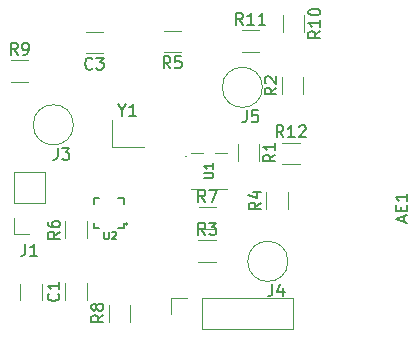
<source format=gbr>
%TF.GenerationSoftware,KiCad,Pcbnew,9.0.0*%
%TF.CreationDate,2025-03-19T16:08:28+01:00*%
%TF.ProjectId,PCB_rigide,5043425f-7269-4676-9964-652e6b696361,rev?*%
%TF.SameCoordinates,Original*%
%TF.FileFunction,Legend,Top*%
%TF.FilePolarity,Positive*%
%FSLAX46Y46*%
G04 Gerber Fmt 4.6, Leading zero omitted, Abs format (unit mm)*
G04 Created by KiCad (PCBNEW 9.0.0) date 2025-03-19 16:08:28*
%MOMM*%
%LPD*%
G01*
G04 APERTURE LIST*
%ADD10C,0.150000*%
%ADD11C,0.120000*%
%ADD12C,0.127000*%
%ADD13C,0.100000*%
G04 APERTURE END LIST*
D10*
X84059666Y-37387819D02*
X84059666Y-38102104D01*
X84059666Y-38102104D02*
X84012047Y-38244961D01*
X84012047Y-38244961D02*
X83916809Y-38340200D01*
X83916809Y-38340200D02*
X83773952Y-38387819D01*
X83773952Y-38387819D02*
X83678714Y-38387819D01*
X84440619Y-37387819D02*
X85059666Y-37387819D01*
X85059666Y-37387819D02*
X84726333Y-37768771D01*
X84726333Y-37768771D02*
X84869190Y-37768771D01*
X84869190Y-37768771D02*
X84964428Y-37816390D01*
X84964428Y-37816390D02*
X85012047Y-37864009D01*
X85012047Y-37864009D02*
X85059666Y-37959247D01*
X85059666Y-37959247D02*
X85059666Y-38197342D01*
X85059666Y-38197342D02*
X85012047Y-38292580D01*
X85012047Y-38292580D02*
X84964428Y-38340200D01*
X84964428Y-38340200D02*
X84869190Y-38387819D01*
X84869190Y-38387819D02*
X84583476Y-38387819D01*
X84583476Y-38387819D02*
X84488238Y-38340200D01*
X84488238Y-38340200D02*
X84440619Y-38292580D01*
X89513809Y-34180628D02*
X89513809Y-34656819D01*
X89180476Y-33656819D02*
X89513809Y-34180628D01*
X89513809Y-34180628D02*
X89847142Y-33656819D01*
X90704285Y-34656819D02*
X90132857Y-34656819D01*
X90418571Y-34656819D02*
X90418571Y-33656819D01*
X90418571Y-33656819D02*
X90323333Y-33799676D01*
X90323333Y-33799676D02*
X90228095Y-33894914D01*
X90228095Y-33894914D02*
X90132857Y-33942533D01*
X102571619Y-32286966D02*
X102095428Y-32620299D01*
X102571619Y-32858394D02*
X101571619Y-32858394D01*
X101571619Y-32858394D02*
X101571619Y-32477442D01*
X101571619Y-32477442D02*
X101619238Y-32382204D01*
X101619238Y-32382204D02*
X101666857Y-32334585D01*
X101666857Y-32334585D02*
X101762095Y-32286966D01*
X101762095Y-32286966D02*
X101904952Y-32286966D01*
X101904952Y-32286966D02*
X102000190Y-32334585D01*
X102000190Y-32334585D02*
X102047809Y-32382204D01*
X102047809Y-32382204D02*
X102095428Y-32477442D01*
X102095428Y-32477442D02*
X102095428Y-32858394D01*
X101666857Y-31906013D02*
X101619238Y-31858394D01*
X101619238Y-31858394D02*
X101571619Y-31763156D01*
X101571619Y-31763156D02*
X101571619Y-31525061D01*
X101571619Y-31525061D02*
X101619238Y-31429823D01*
X101619238Y-31429823D02*
X101666857Y-31382204D01*
X101666857Y-31382204D02*
X101762095Y-31334585D01*
X101762095Y-31334585D02*
X101857333Y-31334585D01*
X101857333Y-31334585D02*
X102000190Y-31382204D01*
X102000190Y-31382204D02*
X102571619Y-31953632D01*
X102571619Y-31953632D02*
X102571619Y-31334585D01*
X93597833Y-30646619D02*
X93264500Y-30170428D01*
X93026405Y-30646619D02*
X93026405Y-29646619D01*
X93026405Y-29646619D02*
X93407357Y-29646619D01*
X93407357Y-29646619D02*
X93502595Y-29694238D01*
X93502595Y-29694238D02*
X93550214Y-29741857D01*
X93550214Y-29741857D02*
X93597833Y-29837095D01*
X93597833Y-29837095D02*
X93597833Y-29979952D01*
X93597833Y-29979952D02*
X93550214Y-30075190D01*
X93550214Y-30075190D02*
X93502595Y-30122809D01*
X93502595Y-30122809D02*
X93407357Y-30170428D01*
X93407357Y-30170428D02*
X93026405Y-30170428D01*
X94502595Y-29646619D02*
X94026405Y-29646619D01*
X94026405Y-29646619D02*
X93978786Y-30122809D01*
X93978786Y-30122809D02*
X94026405Y-30075190D01*
X94026405Y-30075190D02*
X94121643Y-30027571D01*
X94121643Y-30027571D02*
X94359738Y-30027571D01*
X94359738Y-30027571D02*
X94454976Y-30075190D01*
X94454976Y-30075190D02*
X94502595Y-30122809D01*
X94502595Y-30122809D02*
X94550214Y-30218047D01*
X94550214Y-30218047D02*
X94550214Y-30456142D01*
X94550214Y-30456142D02*
X94502595Y-30551380D01*
X94502595Y-30551380D02*
X94454976Y-30599000D01*
X94454976Y-30599000D02*
X94359738Y-30646619D01*
X94359738Y-30646619D02*
X94121643Y-30646619D01*
X94121643Y-30646619D02*
X94026405Y-30599000D01*
X94026405Y-30599000D02*
X93978786Y-30551380D01*
X113386104Y-43630666D02*
X113386104Y-43154476D01*
X113671819Y-43725904D02*
X112671819Y-43392571D01*
X112671819Y-43392571D02*
X113671819Y-43059238D01*
X113148009Y-42725904D02*
X113148009Y-42392571D01*
X113671819Y-42249714D02*
X113671819Y-42725904D01*
X113671819Y-42725904D02*
X112671819Y-42725904D01*
X112671819Y-42725904D02*
X112671819Y-42249714D01*
X113671819Y-41297333D02*
X113671819Y-41868761D01*
X113671819Y-41583047D02*
X112671819Y-41583047D01*
X112671819Y-41583047D02*
X112814676Y-41678285D01*
X112814676Y-41678285D02*
X112909914Y-41773523D01*
X112909914Y-41773523D02*
X112957533Y-41868761D01*
X81327666Y-45531819D02*
X81327666Y-46246104D01*
X81327666Y-46246104D02*
X81280047Y-46388961D01*
X81280047Y-46388961D02*
X81184809Y-46484200D01*
X81184809Y-46484200D02*
X81041952Y-46531819D01*
X81041952Y-46531819D02*
X80946714Y-46531819D01*
X82327666Y-46531819D02*
X81756238Y-46531819D01*
X82041952Y-46531819D02*
X82041952Y-45531819D01*
X82041952Y-45531819D02*
X81946714Y-45674676D01*
X81946714Y-45674676D02*
X81851476Y-45769914D01*
X81851476Y-45769914D02*
X81756238Y-45817533D01*
X87915819Y-51540166D02*
X87439628Y-51873499D01*
X87915819Y-52111594D02*
X86915819Y-52111594D01*
X86915819Y-52111594D02*
X86915819Y-51730642D01*
X86915819Y-51730642D02*
X86963438Y-51635404D01*
X86963438Y-51635404D02*
X87011057Y-51587785D01*
X87011057Y-51587785D02*
X87106295Y-51540166D01*
X87106295Y-51540166D02*
X87249152Y-51540166D01*
X87249152Y-51540166D02*
X87344390Y-51587785D01*
X87344390Y-51587785D02*
X87392009Y-51635404D01*
X87392009Y-51635404D02*
X87439628Y-51730642D01*
X87439628Y-51730642D02*
X87439628Y-52111594D01*
X87344390Y-50968737D02*
X87296771Y-51063975D01*
X87296771Y-51063975D02*
X87249152Y-51111594D01*
X87249152Y-51111594D02*
X87153914Y-51159213D01*
X87153914Y-51159213D02*
X87106295Y-51159213D01*
X87106295Y-51159213D02*
X87011057Y-51111594D01*
X87011057Y-51111594D02*
X86963438Y-51063975D01*
X86963438Y-51063975D02*
X86915819Y-50968737D01*
X86915819Y-50968737D02*
X86915819Y-50778261D01*
X86915819Y-50778261D02*
X86963438Y-50683023D01*
X86963438Y-50683023D02*
X87011057Y-50635404D01*
X87011057Y-50635404D02*
X87106295Y-50587785D01*
X87106295Y-50587785D02*
X87153914Y-50587785D01*
X87153914Y-50587785D02*
X87249152Y-50635404D01*
X87249152Y-50635404D02*
X87296771Y-50683023D01*
X87296771Y-50683023D02*
X87344390Y-50778261D01*
X87344390Y-50778261D02*
X87344390Y-50968737D01*
X87344390Y-50968737D02*
X87392009Y-51063975D01*
X87392009Y-51063975D02*
X87439628Y-51111594D01*
X87439628Y-51111594D02*
X87534866Y-51159213D01*
X87534866Y-51159213D02*
X87725342Y-51159213D01*
X87725342Y-51159213D02*
X87820580Y-51111594D01*
X87820580Y-51111594D02*
X87868200Y-51063975D01*
X87868200Y-51063975D02*
X87915819Y-50968737D01*
X87915819Y-50968737D02*
X87915819Y-50778261D01*
X87915819Y-50778261D02*
X87868200Y-50683023D01*
X87868200Y-50683023D02*
X87820580Y-50635404D01*
X87820580Y-50635404D02*
X87725342Y-50587785D01*
X87725342Y-50587785D02*
X87534866Y-50587785D01*
X87534866Y-50587785D02*
X87439628Y-50635404D01*
X87439628Y-50635404D02*
X87392009Y-50683023D01*
X87392009Y-50683023D02*
X87344390Y-50778261D01*
X88008380Y-44471676D02*
X88008380Y-44989771D01*
X88008380Y-44989771D02*
X88038857Y-45050723D01*
X88038857Y-45050723D02*
X88069333Y-45081200D01*
X88069333Y-45081200D02*
X88130285Y-45111676D01*
X88130285Y-45111676D02*
X88252190Y-45111676D01*
X88252190Y-45111676D02*
X88313142Y-45081200D01*
X88313142Y-45081200D02*
X88343619Y-45050723D01*
X88343619Y-45050723D02*
X88374095Y-44989771D01*
X88374095Y-44989771D02*
X88374095Y-44471676D01*
X88648380Y-44532628D02*
X88678856Y-44502152D01*
X88678856Y-44502152D02*
X88739809Y-44471676D01*
X88739809Y-44471676D02*
X88892190Y-44471676D01*
X88892190Y-44471676D02*
X88953142Y-44502152D01*
X88953142Y-44502152D02*
X88983618Y-44532628D01*
X88983618Y-44532628D02*
X89014095Y-44593580D01*
X89014095Y-44593580D02*
X89014095Y-44654533D01*
X89014095Y-44654533D02*
X88983618Y-44745961D01*
X88983618Y-44745961D02*
X88617904Y-45111676D01*
X88617904Y-45111676D02*
X89014095Y-45111676D01*
X101250819Y-42015166D02*
X100774628Y-42348499D01*
X101250819Y-42586594D02*
X100250819Y-42586594D01*
X100250819Y-42586594D02*
X100250819Y-42205642D01*
X100250819Y-42205642D02*
X100298438Y-42110404D01*
X100298438Y-42110404D02*
X100346057Y-42062785D01*
X100346057Y-42062785D02*
X100441295Y-42015166D01*
X100441295Y-42015166D02*
X100584152Y-42015166D01*
X100584152Y-42015166D02*
X100679390Y-42062785D01*
X100679390Y-42062785D02*
X100727009Y-42110404D01*
X100727009Y-42110404D02*
X100774628Y-42205642D01*
X100774628Y-42205642D02*
X100774628Y-42586594D01*
X100584152Y-41158023D02*
X101250819Y-41158023D01*
X100203200Y-41396118D02*
X100917485Y-41634213D01*
X100917485Y-41634213D02*
X100917485Y-41015166D01*
X100061666Y-34212819D02*
X100061666Y-34927104D01*
X100061666Y-34927104D02*
X100014047Y-35069961D01*
X100014047Y-35069961D02*
X99918809Y-35165200D01*
X99918809Y-35165200D02*
X99775952Y-35212819D01*
X99775952Y-35212819D02*
X99680714Y-35212819D01*
X101014047Y-34212819D02*
X100537857Y-34212819D01*
X100537857Y-34212819D02*
X100490238Y-34689009D01*
X100490238Y-34689009D02*
X100537857Y-34641390D01*
X100537857Y-34641390D02*
X100633095Y-34593771D01*
X100633095Y-34593771D02*
X100871190Y-34593771D01*
X100871190Y-34593771D02*
X100966428Y-34641390D01*
X100966428Y-34641390D02*
X101014047Y-34689009D01*
X101014047Y-34689009D02*
X101061666Y-34784247D01*
X101061666Y-34784247D02*
X101061666Y-35022342D01*
X101061666Y-35022342D02*
X101014047Y-35117580D01*
X101014047Y-35117580D02*
X100966428Y-35165200D01*
X100966428Y-35165200D02*
X100871190Y-35212819D01*
X100871190Y-35212819D02*
X100633095Y-35212819D01*
X100633095Y-35212819D02*
X100537857Y-35165200D01*
X100537857Y-35165200D02*
X100490238Y-35117580D01*
X96541833Y-44735819D02*
X96208500Y-44259628D01*
X95970405Y-44735819D02*
X95970405Y-43735819D01*
X95970405Y-43735819D02*
X96351357Y-43735819D01*
X96351357Y-43735819D02*
X96446595Y-43783438D01*
X96446595Y-43783438D02*
X96494214Y-43831057D01*
X96494214Y-43831057D02*
X96541833Y-43926295D01*
X96541833Y-43926295D02*
X96541833Y-44069152D01*
X96541833Y-44069152D02*
X96494214Y-44164390D01*
X96494214Y-44164390D02*
X96446595Y-44212009D01*
X96446595Y-44212009D02*
X96351357Y-44259628D01*
X96351357Y-44259628D02*
X95970405Y-44259628D01*
X96875167Y-43735819D02*
X97494214Y-43735819D01*
X97494214Y-43735819D02*
X97160881Y-44116771D01*
X97160881Y-44116771D02*
X97303738Y-44116771D01*
X97303738Y-44116771D02*
X97398976Y-44164390D01*
X97398976Y-44164390D02*
X97446595Y-44212009D01*
X97446595Y-44212009D02*
X97494214Y-44307247D01*
X97494214Y-44307247D02*
X97494214Y-44545342D01*
X97494214Y-44545342D02*
X97446595Y-44640580D01*
X97446595Y-44640580D02*
X97398976Y-44688200D01*
X97398976Y-44688200D02*
X97303738Y-44735819D01*
X97303738Y-44735819D02*
X97018024Y-44735819D01*
X97018024Y-44735819D02*
X96922786Y-44688200D01*
X96922786Y-44688200D02*
X96875167Y-44640580D01*
X102220666Y-48944819D02*
X102220666Y-49659104D01*
X102220666Y-49659104D02*
X102173047Y-49801961D01*
X102173047Y-49801961D02*
X102077809Y-49897200D01*
X102077809Y-49897200D02*
X101934952Y-49944819D01*
X101934952Y-49944819D02*
X101839714Y-49944819D01*
X103125428Y-49278152D02*
X103125428Y-49944819D01*
X102887333Y-48897200D02*
X102649238Y-49611485D01*
X102649238Y-49611485D02*
X103268285Y-49611485D01*
X96448665Y-39921725D02*
X97086086Y-39921725D01*
X97086086Y-39921725D02*
X97161076Y-39884230D01*
X97161076Y-39884230D02*
X97198572Y-39846734D01*
X97198572Y-39846734D02*
X97236067Y-39771744D01*
X97236067Y-39771744D02*
X97236067Y-39621762D01*
X97236067Y-39621762D02*
X97198572Y-39546772D01*
X97198572Y-39546772D02*
X97161076Y-39509276D01*
X97161076Y-39509276D02*
X97086086Y-39471781D01*
X97086086Y-39471781D02*
X96448665Y-39471781D01*
X97236067Y-38684379D02*
X97236067Y-39134323D01*
X97236067Y-38909351D02*
X96448665Y-38909351D01*
X96448665Y-38909351D02*
X96561151Y-38984342D01*
X96561151Y-38984342D02*
X96636142Y-39059333D01*
X96636142Y-39059333D02*
X96673637Y-39134323D01*
X84107580Y-49735166D02*
X84155200Y-49782785D01*
X84155200Y-49782785D02*
X84202819Y-49925642D01*
X84202819Y-49925642D02*
X84202819Y-50020880D01*
X84202819Y-50020880D02*
X84155200Y-50163737D01*
X84155200Y-50163737D02*
X84059961Y-50258975D01*
X84059961Y-50258975D02*
X83964723Y-50306594D01*
X83964723Y-50306594D02*
X83774247Y-50354213D01*
X83774247Y-50354213D02*
X83631390Y-50354213D01*
X83631390Y-50354213D02*
X83440914Y-50306594D01*
X83440914Y-50306594D02*
X83345676Y-50258975D01*
X83345676Y-50258975D02*
X83250438Y-50163737D01*
X83250438Y-50163737D02*
X83202819Y-50020880D01*
X83202819Y-50020880D02*
X83202819Y-49925642D01*
X83202819Y-49925642D02*
X83250438Y-49782785D01*
X83250438Y-49782785D02*
X83298057Y-49735166D01*
X84202819Y-48782785D02*
X84202819Y-49354213D01*
X84202819Y-49068499D02*
X83202819Y-49068499D01*
X83202819Y-49068499D02*
X83345676Y-49163737D01*
X83345676Y-49163737D02*
X83440914Y-49258975D01*
X83440914Y-49258975D02*
X83488533Y-49354213D01*
X102477819Y-37947166D02*
X102001628Y-38280499D01*
X102477819Y-38518594D02*
X101477819Y-38518594D01*
X101477819Y-38518594D02*
X101477819Y-38137642D01*
X101477819Y-38137642D02*
X101525438Y-38042404D01*
X101525438Y-38042404D02*
X101573057Y-37994785D01*
X101573057Y-37994785D02*
X101668295Y-37947166D01*
X101668295Y-37947166D02*
X101811152Y-37947166D01*
X101811152Y-37947166D02*
X101906390Y-37994785D01*
X101906390Y-37994785D02*
X101954009Y-38042404D01*
X101954009Y-38042404D02*
X102001628Y-38137642D01*
X102001628Y-38137642D02*
X102001628Y-38518594D01*
X102477819Y-36994785D02*
X102477819Y-37566213D01*
X102477819Y-37280499D02*
X101477819Y-37280499D01*
X101477819Y-37280499D02*
X101620676Y-37375737D01*
X101620676Y-37375737D02*
X101715914Y-37470975D01*
X101715914Y-37470975D02*
X101763533Y-37566213D01*
X103177642Y-36480819D02*
X102844309Y-36004628D01*
X102606214Y-36480819D02*
X102606214Y-35480819D01*
X102606214Y-35480819D02*
X102987166Y-35480819D01*
X102987166Y-35480819D02*
X103082404Y-35528438D01*
X103082404Y-35528438D02*
X103130023Y-35576057D01*
X103130023Y-35576057D02*
X103177642Y-35671295D01*
X103177642Y-35671295D02*
X103177642Y-35814152D01*
X103177642Y-35814152D02*
X103130023Y-35909390D01*
X103130023Y-35909390D02*
X103082404Y-35957009D01*
X103082404Y-35957009D02*
X102987166Y-36004628D01*
X102987166Y-36004628D02*
X102606214Y-36004628D01*
X104130023Y-36480819D02*
X103558595Y-36480819D01*
X103844309Y-36480819D02*
X103844309Y-35480819D01*
X103844309Y-35480819D02*
X103749071Y-35623676D01*
X103749071Y-35623676D02*
X103653833Y-35718914D01*
X103653833Y-35718914D02*
X103558595Y-35766533D01*
X104510976Y-35576057D02*
X104558595Y-35528438D01*
X104558595Y-35528438D02*
X104653833Y-35480819D01*
X104653833Y-35480819D02*
X104891928Y-35480819D01*
X104891928Y-35480819D02*
X104987166Y-35528438D01*
X104987166Y-35528438D02*
X105034785Y-35576057D01*
X105034785Y-35576057D02*
X105082404Y-35671295D01*
X105082404Y-35671295D02*
X105082404Y-35766533D01*
X105082404Y-35766533D02*
X105034785Y-35909390D01*
X105034785Y-35909390D02*
X104463357Y-36480819D01*
X104463357Y-36480819D02*
X105082404Y-36480819D01*
X80666833Y-29495819D02*
X80333500Y-29019628D01*
X80095405Y-29495819D02*
X80095405Y-28495819D01*
X80095405Y-28495819D02*
X80476357Y-28495819D01*
X80476357Y-28495819D02*
X80571595Y-28543438D01*
X80571595Y-28543438D02*
X80619214Y-28591057D01*
X80619214Y-28591057D02*
X80666833Y-28686295D01*
X80666833Y-28686295D02*
X80666833Y-28829152D01*
X80666833Y-28829152D02*
X80619214Y-28924390D01*
X80619214Y-28924390D02*
X80571595Y-28972009D01*
X80571595Y-28972009D02*
X80476357Y-29019628D01*
X80476357Y-29019628D02*
X80095405Y-29019628D01*
X81143024Y-29495819D02*
X81333500Y-29495819D01*
X81333500Y-29495819D02*
X81428738Y-29448200D01*
X81428738Y-29448200D02*
X81476357Y-29400580D01*
X81476357Y-29400580D02*
X81571595Y-29257723D01*
X81571595Y-29257723D02*
X81619214Y-29067247D01*
X81619214Y-29067247D02*
X81619214Y-28686295D01*
X81619214Y-28686295D02*
X81571595Y-28591057D01*
X81571595Y-28591057D02*
X81523976Y-28543438D01*
X81523976Y-28543438D02*
X81428738Y-28495819D01*
X81428738Y-28495819D02*
X81238262Y-28495819D01*
X81238262Y-28495819D02*
X81143024Y-28543438D01*
X81143024Y-28543438D02*
X81095405Y-28591057D01*
X81095405Y-28591057D02*
X81047786Y-28686295D01*
X81047786Y-28686295D02*
X81047786Y-28924390D01*
X81047786Y-28924390D02*
X81095405Y-29019628D01*
X81095405Y-29019628D02*
X81143024Y-29067247D01*
X81143024Y-29067247D02*
X81238262Y-29114866D01*
X81238262Y-29114866D02*
X81428738Y-29114866D01*
X81428738Y-29114866D02*
X81523976Y-29067247D01*
X81523976Y-29067247D02*
X81571595Y-29019628D01*
X81571595Y-29019628D02*
X81619214Y-28924390D01*
X84232819Y-44489666D02*
X83756628Y-44822999D01*
X84232819Y-45061094D02*
X83232819Y-45061094D01*
X83232819Y-45061094D02*
X83232819Y-44680142D01*
X83232819Y-44680142D02*
X83280438Y-44584904D01*
X83280438Y-44584904D02*
X83328057Y-44537285D01*
X83328057Y-44537285D02*
X83423295Y-44489666D01*
X83423295Y-44489666D02*
X83566152Y-44489666D01*
X83566152Y-44489666D02*
X83661390Y-44537285D01*
X83661390Y-44537285D02*
X83709009Y-44584904D01*
X83709009Y-44584904D02*
X83756628Y-44680142D01*
X83756628Y-44680142D02*
X83756628Y-45061094D01*
X83232819Y-43632523D02*
X83232819Y-43822999D01*
X83232819Y-43822999D02*
X83280438Y-43918237D01*
X83280438Y-43918237D02*
X83328057Y-43965856D01*
X83328057Y-43965856D02*
X83470914Y-44061094D01*
X83470914Y-44061094D02*
X83661390Y-44108713D01*
X83661390Y-44108713D02*
X84042342Y-44108713D01*
X84042342Y-44108713D02*
X84137580Y-44061094D01*
X84137580Y-44061094D02*
X84185200Y-44013475D01*
X84185200Y-44013475D02*
X84232819Y-43918237D01*
X84232819Y-43918237D02*
X84232819Y-43727761D01*
X84232819Y-43727761D02*
X84185200Y-43632523D01*
X84185200Y-43632523D02*
X84137580Y-43584904D01*
X84137580Y-43584904D02*
X84042342Y-43537285D01*
X84042342Y-43537285D02*
X83804247Y-43537285D01*
X83804247Y-43537285D02*
X83709009Y-43584904D01*
X83709009Y-43584904D02*
X83661390Y-43632523D01*
X83661390Y-43632523D02*
X83613771Y-43727761D01*
X83613771Y-43727761D02*
X83613771Y-43918237D01*
X83613771Y-43918237D02*
X83661390Y-44013475D01*
X83661390Y-44013475D02*
X83709009Y-44061094D01*
X83709009Y-44061094D02*
X83804247Y-44108713D01*
X96545833Y-41941819D02*
X96212500Y-41465628D01*
X95974405Y-41941819D02*
X95974405Y-40941819D01*
X95974405Y-40941819D02*
X96355357Y-40941819D01*
X96355357Y-40941819D02*
X96450595Y-40989438D01*
X96450595Y-40989438D02*
X96498214Y-41037057D01*
X96498214Y-41037057D02*
X96545833Y-41132295D01*
X96545833Y-41132295D02*
X96545833Y-41275152D01*
X96545833Y-41275152D02*
X96498214Y-41370390D01*
X96498214Y-41370390D02*
X96450595Y-41418009D01*
X96450595Y-41418009D02*
X96355357Y-41465628D01*
X96355357Y-41465628D02*
X95974405Y-41465628D01*
X96879167Y-40941819D02*
X97545833Y-40941819D01*
X97545833Y-40941819D02*
X97117262Y-41941819D01*
X86993833Y-30657580D02*
X86946214Y-30705200D01*
X86946214Y-30705200D02*
X86803357Y-30752819D01*
X86803357Y-30752819D02*
X86708119Y-30752819D01*
X86708119Y-30752819D02*
X86565262Y-30705200D01*
X86565262Y-30705200D02*
X86470024Y-30609961D01*
X86470024Y-30609961D02*
X86422405Y-30514723D01*
X86422405Y-30514723D02*
X86374786Y-30324247D01*
X86374786Y-30324247D02*
X86374786Y-30181390D01*
X86374786Y-30181390D02*
X86422405Y-29990914D01*
X86422405Y-29990914D02*
X86470024Y-29895676D01*
X86470024Y-29895676D02*
X86565262Y-29800438D01*
X86565262Y-29800438D02*
X86708119Y-29752819D01*
X86708119Y-29752819D02*
X86803357Y-29752819D01*
X86803357Y-29752819D02*
X86946214Y-29800438D01*
X86946214Y-29800438D02*
X86993833Y-29848057D01*
X87327167Y-29752819D02*
X87946214Y-29752819D01*
X87946214Y-29752819D02*
X87612881Y-30133771D01*
X87612881Y-30133771D02*
X87755738Y-30133771D01*
X87755738Y-30133771D02*
X87850976Y-30181390D01*
X87850976Y-30181390D02*
X87898595Y-30229009D01*
X87898595Y-30229009D02*
X87946214Y-30324247D01*
X87946214Y-30324247D02*
X87946214Y-30562342D01*
X87946214Y-30562342D02*
X87898595Y-30657580D01*
X87898595Y-30657580D02*
X87850976Y-30705200D01*
X87850976Y-30705200D02*
X87755738Y-30752819D01*
X87755738Y-30752819D02*
X87470024Y-30752819D01*
X87470024Y-30752819D02*
X87374786Y-30705200D01*
X87374786Y-30705200D02*
X87327167Y-30657580D01*
X106287819Y-27505357D02*
X105811628Y-27838690D01*
X106287819Y-28076785D02*
X105287819Y-28076785D01*
X105287819Y-28076785D02*
X105287819Y-27695833D01*
X105287819Y-27695833D02*
X105335438Y-27600595D01*
X105335438Y-27600595D02*
X105383057Y-27552976D01*
X105383057Y-27552976D02*
X105478295Y-27505357D01*
X105478295Y-27505357D02*
X105621152Y-27505357D01*
X105621152Y-27505357D02*
X105716390Y-27552976D01*
X105716390Y-27552976D02*
X105764009Y-27600595D01*
X105764009Y-27600595D02*
X105811628Y-27695833D01*
X105811628Y-27695833D02*
X105811628Y-28076785D01*
X106287819Y-26552976D02*
X106287819Y-27124404D01*
X106287819Y-26838690D02*
X105287819Y-26838690D01*
X105287819Y-26838690D02*
X105430676Y-26933928D01*
X105430676Y-26933928D02*
X105525914Y-27029166D01*
X105525914Y-27029166D02*
X105573533Y-27124404D01*
X105287819Y-25933928D02*
X105287819Y-25838690D01*
X105287819Y-25838690D02*
X105335438Y-25743452D01*
X105335438Y-25743452D02*
X105383057Y-25695833D01*
X105383057Y-25695833D02*
X105478295Y-25648214D01*
X105478295Y-25648214D02*
X105668771Y-25600595D01*
X105668771Y-25600595D02*
X105906866Y-25600595D01*
X105906866Y-25600595D02*
X106097342Y-25648214D01*
X106097342Y-25648214D02*
X106192580Y-25695833D01*
X106192580Y-25695833D02*
X106240200Y-25743452D01*
X106240200Y-25743452D02*
X106287819Y-25838690D01*
X106287819Y-25838690D02*
X106287819Y-25933928D01*
X106287819Y-25933928D02*
X106240200Y-26029166D01*
X106240200Y-26029166D02*
X106192580Y-26076785D01*
X106192580Y-26076785D02*
X106097342Y-26124404D01*
X106097342Y-26124404D02*
X105906866Y-26172023D01*
X105906866Y-26172023D02*
X105668771Y-26172023D01*
X105668771Y-26172023D02*
X105478295Y-26124404D01*
X105478295Y-26124404D02*
X105383057Y-26076785D01*
X105383057Y-26076785D02*
X105335438Y-26029166D01*
X105335438Y-26029166D02*
X105287819Y-25933928D01*
X99748642Y-26955819D02*
X99415309Y-26479628D01*
X99177214Y-26955819D02*
X99177214Y-25955819D01*
X99177214Y-25955819D02*
X99558166Y-25955819D01*
X99558166Y-25955819D02*
X99653404Y-26003438D01*
X99653404Y-26003438D02*
X99701023Y-26051057D01*
X99701023Y-26051057D02*
X99748642Y-26146295D01*
X99748642Y-26146295D02*
X99748642Y-26289152D01*
X99748642Y-26289152D02*
X99701023Y-26384390D01*
X99701023Y-26384390D02*
X99653404Y-26432009D01*
X99653404Y-26432009D02*
X99558166Y-26479628D01*
X99558166Y-26479628D02*
X99177214Y-26479628D01*
X100701023Y-26955819D02*
X100129595Y-26955819D01*
X100415309Y-26955819D02*
X100415309Y-25955819D01*
X100415309Y-25955819D02*
X100320071Y-26098676D01*
X100320071Y-26098676D02*
X100224833Y-26193914D01*
X100224833Y-26193914D02*
X100129595Y-26241533D01*
X101653404Y-26955819D02*
X101081976Y-26955819D01*
X101367690Y-26955819D02*
X101367690Y-25955819D01*
X101367690Y-25955819D02*
X101272452Y-26098676D01*
X101272452Y-26098676D02*
X101177214Y-26193914D01*
X101177214Y-26193914D02*
X101081976Y-26241533D01*
D11*
%TO.C,J3*%
X85393000Y-35433000D02*
G75*
G02*
X81993000Y-35433000I-1700000J0D01*
G01*
X81993000Y-35433000D02*
G75*
G02*
X85393000Y-35433000I1700000J0D01*
G01*
%TO.C,Y1*%
X88640000Y-35052000D02*
X88640000Y-37352000D01*
X88640000Y-37352000D02*
X91340000Y-37352000D01*
%TO.C,R2*%
X103026800Y-32847364D02*
X103026800Y-31393236D01*
X104846800Y-32847364D02*
X104846800Y-31393236D01*
%TO.C,R5*%
X94491564Y-27461800D02*
X93037436Y-27461800D01*
X94491564Y-29281800D02*
X93037436Y-29281800D01*
%TO.C,J1*%
X80331000Y-42037000D02*
X80331000Y-39437000D01*
X80331000Y-44637000D02*
X80331000Y-43307000D01*
X81661000Y-44637000D02*
X80331000Y-44637000D01*
X82991000Y-39437000D02*
X80331000Y-39437000D01*
X82991000Y-42037000D02*
X80331000Y-42037000D01*
X82991000Y-42037000D02*
X82991000Y-39437000D01*
%TO.C,R8*%
X88371000Y-52100564D02*
X88371000Y-50646436D01*
X90191000Y-52100564D02*
X90191000Y-50646436D01*
D12*
%TO.C,U2*%
X87118000Y-41669000D02*
X87118000Y-42139000D01*
X87118000Y-41669000D02*
X87588000Y-41669000D01*
X87118000Y-44209000D02*
X87118000Y-43739000D01*
X87118000Y-44209000D02*
X87588000Y-44209000D01*
X89658000Y-41669000D02*
X89188000Y-41669000D01*
X89658000Y-41669000D02*
X89658000Y-42139000D01*
X89658000Y-44209000D02*
X89188000Y-44209000D01*
X89658000Y-44209000D02*
X89658000Y-43739000D01*
D10*
X89963000Y-43839000D02*
G75*
G02*
X89813000Y-43839000I-75000J0D01*
G01*
X89813000Y-43839000D02*
G75*
G02*
X89963000Y-43839000I75000J0D01*
G01*
D11*
%TO.C,R4*%
X101706000Y-42575564D02*
X101706000Y-41121436D01*
X103526000Y-42575564D02*
X103526000Y-41121436D01*
%TO.C,C2*%
X80878000Y-50304352D02*
X80878000Y-48881848D01*
X82698000Y-50304352D02*
X82698000Y-48881848D01*
%TO.C,J5*%
X101395000Y-32258000D02*
G75*
G02*
X97995000Y-32258000I-1700000J0D01*
G01*
X97995000Y-32258000D02*
G75*
G02*
X101395000Y-32258000I1700000J0D01*
G01*
%TO.C,R3*%
X95981436Y-45191000D02*
X97435564Y-45191000D01*
X95981436Y-47011000D02*
X97435564Y-47011000D01*
%TO.C,J4*%
X103554000Y-46990000D02*
G75*
G02*
X100154000Y-46990000I-1700000J0D01*
G01*
X100154000Y-46990000D02*
G75*
G02*
X103554000Y-46990000I1700000J0D01*
G01*
%TO.C,U1*%
X95349600Y-37791800D02*
X95349600Y-37791800D01*
X95349600Y-40851800D02*
X95349600Y-40851800D01*
X95349600Y-40851800D02*
X96389600Y-40851800D01*
X96389600Y-37791800D02*
X95349600Y-37791800D01*
X97369600Y-40851800D02*
X98409600Y-40851800D01*
X98409600Y-37791800D02*
X97369600Y-37791800D01*
X98409600Y-37791800D02*
X98409600Y-37791800D01*
X98409600Y-40851800D02*
X98409600Y-40851800D01*
D13*
X94949600Y-38121800D02*
G75*
G02*
X94849600Y-38121800I-50000J0D01*
G01*
X94849600Y-38121800D02*
G75*
G02*
X94949600Y-38121800I50000J0D01*
G01*
D11*
%TO.C,C1*%
X84688000Y-50279752D02*
X84688000Y-48857248D01*
X86508000Y-50279752D02*
X86508000Y-48857248D01*
%TO.C,R1*%
X99293000Y-37053436D02*
X99293000Y-38507564D01*
X101113000Y-37053436D02*
X101113000Y-38507564D01*
%TO.C,R12*%
X103093436Y-36936000D02*
X104547564Y-36936000D01*
X103093436Y-38756000D02*
X104547564Y-38756000D01*
%TO.C,R9*%
X80106436Y-29951000D02*
X81560564Y-29951000D01*
X80106436Y-31771000D02*
X81560564Y-31771000D01*
%TO.C,R6*%
X84688000Y-45050064D02*
X84688000Y-43595936D01*
X86508000Y-45050064D02*
X86508000Y-43595936D01*
%TO.C,R7*%
X95985436Y-42397000D02*
X97439564Y-42397000D01*
X95985436Y-44217000D02*
X97439564Y-44217000D01*
%TO.C,C3*%
X87871752Y-27538000D02*
X86449248Y-27538000D01*
X87871752Y-29358000D02*
X86449248Y-29358000D01*
%TO.C,R10*%
X103103000Y-26135436D02*
X103103000Y-27589564D01*
X104923000Y-26135436D02*
X104923000Y-27589564D01*
%TO.C,R11*%
X99664436Y-27411000D02*
X101118564Y-27411000D01*
X99664436Y-29231000D02*
X101118564Y-29231000D01*
%TO.C,J2*%
X93666000Y-50079600D02*
X94996000Y-50079600D01*
X93666000Y-51409600D02*
X93666000Y-50079600D01*
X96266000Y-50079600D02*
X103946000Y-50079600D01*
X96266000Y-52739600D02*
X96266000Y-50079600D01*
X96266000Y-52739600D02*
X103946000Y-52739600D01*
X103946000Y-52739600D02*
X103946000Y-50079600D01*
%TD*%
M02*

</source>
